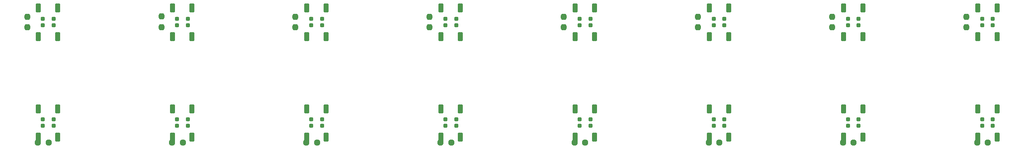
<source format=gbr>
%TF.GenerationSoftware,KiCad,Pcbnew,9.0.0*%
%TF.CreationDate,2025-04-15T08:35:35-04:00*%
%TF.ProjectId,Keypad,4b657970-6164-42e6-9b69-6361645f7063,1.0*%
%TF.SameCoordinates,Original*%
%TF.FileFunction,Paste,Top*%
%TF.FilePolarity,Positive*%
%FSLAX46Y46*%
G04 Gerber Fmt 4.6, Leading zero omitted, Abs format (unit mm)*
G04 Created by KiCad (PCBNEW 9.0.0) date 2025-04-15 08:35:35*
%MOMM*%
%LPD*%
G01*
G04 APERTURE LIST*
G04 Aperture macros list*
%AMRoundRect*
0 Rectangle with rounded corners*
0 $1 Rounding radius*
0 $2 $3 $4 $5 $6 $7 $8 $9 X,Y pos of 4 corners*
0 Add a 4 corners polygon primitive as box body*
4,1,4,$2,$3,$4,$5,$6,$7,$8,$9,$2,$3,0*
0 Add four circle primitives for the rounded corners*
1,1,$1+$1,$2,$3*
1,1,$1+$1,$4,$5*
1,1,$1+$1,$6,$7*
1,1,$1+$1,$8,$9*
0 Add four rect primitives between the rounded corners*
20,1,$1+$1,$2,$3,$4,$5,0*
20,1,$1+$1,$4,$5,$6,$7,0*
20,1,$1+$1,$6,$7,$8,$9,0*
20,1,$1+$1,$8,$9,$2,$3,0*%
G04 Aperture macros list end*
%ADD10RoundRect,0.225000X0.225000X-0.525000X0.225000X0.525000X-0.225000X0.525000X-0.225000X-0.525000X0*%
%ADD11RoundRect,0.237500X0.237500X-0.250000X0.237500X0.250000X-0.237500X0.250000X-0.237500X-0.250000X0*%
%ADD12RoundRect,0.175000X-0.175000X-0.175000X0.175000X-0.175000X0.175000X0.175000X-0.175000X0.175000X0*%
%ADD13RoundRect,0.237500X-0.250000X-0.237500X0.250000X-0.237500X0.250000X0.237500X-0.250000X0.237500X0*%
G04 APERTURE END LIST*
D10*
%TO.C,D8*%
X243230000Y-99670000D03*
X246530000Y-99670000D03*
X246530000Y-94770000D03*
X243230000Y-94770000D03*
%TD*%
%TO.C,D14*%
X197530000Y-116910000D03*
X200830000Y-116910000D03*
X200830000Y-112010000D03*
X197530000Y-112010000D03*
%TD*%
%TO.C,D13*%
X174680000Y-116910000D03*
X177980000Y-116910000D03*
X177980000Y-112010000D03*
X174680000Y-112010000D03*
%TD*%
D11*
%TO.C,C2*%
X104200000Y-98072500D03*
X104200000Y-96247500D03*
%TD*%
%TO.C,C1*%
X81350000Y-98082500D03*
X81350000Y-96257500D03*
%TD*%
D10*
%TO.C,D12*%
X151830000Y-116910000D03*
X155130000Y-116910000D03*
X155130000Y-112010000D03*
X151830000Y-112010000D03*
%TD*%
D11*
%TO.C,C7*%
X218450000Y-98080000D03*
X218450000Y-96255000D03*
%TD*%
D12*
%TO.C,D26*%
X108715000Y-114960000D03*
X108715000Y-113860000D03*
X106885000Y-113860000D03*
X106885000Y-114960000D03*
%TD*%
%TO.C,D23*%
X222965000Y-97720000D03*
X222965000Y-96620000D03*
X221135000Y-96620000D03*
X221135000Y-97720000D03*
%TD*%
D13*
%TO.C,C11*%
X128887500Y-117820000D03*
X130712500Y-117820000D03*
%TD*%
D10*
%TO.C,D4*%
X151830000Y-99670000D03*
X155130000Y-99670000D03*
X155130000Y-94770000D03*
X151830000Y-94770000D03*
%TD*%
%TO.C,D7*%
X220380000Y-99670000D03*
X223680000Y-99670000D03*
X223680000Y-94770000D03*
X220380000Y-94770000D03*
%TD*%
D13*
%TO.C,C12*%
X151737500Y-117820000D03*
X153562500Y-117820000D03*
%TD*%
D10*
%TO.C,D3*%
X128980000Y-99680000D03*
X132280000Y-99680000D03*
X132280000Y-94780000D03*
X128980000Y-94780000D03*
%TD*%
D12*
%TO.C,D28*%
X154415000Y-114960000D03*
X154415000Y-113860000D03*
X152585000Y-113860000D03*
X152585000Y-114960000D03*
%TD*%
%TO.C,D27*%
X131565000Y-114960000D03*
X131565000Y-113860000D03*
X129735000Y-113860000D03*
X129735000Y-114960000D03*
%TD*%
%TO.C,D20*%
X154415000Y-97720001D03*
X154415000Y-96620001D03*
X152585000Y-96620001D03*
X152585000Y-97720001D03*
%TD*%
D13*
%TO.C,C14*%
X197437500Y-117820000D03*
X199262500Y-117820000D03*
%TD*%
D10*
%TO.C,D16*%
X243230000Y-116910000D03*
X246530000Y-116910000D03*
X246530000Y-112010000D03*
X243230000Y-112010000D03*
%TD*%
%TO.C,D9*%
X83280000Y-116910000D03*
X86580000Y-116910000D03*
X86580000Y-112010000D03*
X83280000Y-112010000D03*
%TD*%
D13*
%TO.C,C9*%
X83187500Y-117820000D03*
X85012500Y-117820000D03*
%TD*%
D12*
%TO.C,D30*%
X200115000Y-114960000D03*
X200115000Y-113860000D03*
X198285000Y-113860000D03*
X198285000Y-114960000D03*
%TD*%
D10*
%TO.C,D6*%
X197530000Y-99670000D03*
X200830000Y-99670000D03*
X200830000Y-94770000D03*
X197530000Y-94770000D03*
%TD*%
D12*
%TO.C,D22*%
X200115000Y-97720001D03*
X200115000Y-96620001D03*
X198285000Y-96620001D03*
X198285000Y-97720001D03*
%TD*%
%TO.C,D18*%
X108715000Y-97720001D03*
X108715000Y-96620001D03*
X106885000Y-96620001D03*
X106885000Y-97720001D03*
%TD*%
D11*
%TO.C,C8*%
X241300000Y-98082500D03*
X241300000Y-96257500D03*
%TD*%
D12*
%TO.C,D17*%
X85865000Y-97720001D03*
X85865000Y-96620001D03*
X84035000Y-96620001D03*
X84035000Y-97720001D03*
%TD*%
%TO.C,D29*%
X177265000Y-114960000D03*
X177265000Y-113860000D03*
X175435000Y-113860000D03*
X175435000Y-114960000D03*
%TD*%
D13*
%TO.C,C10*%
X106037500Y-117820000D03*
X107862500Y-117820000D03*
%TD*%
D12*
%TO.C,D32*%
X245815000Y-114960001D03*
X245815000Y-113860001D03*
X243985000Y-113860001D03*
X243985000Y-114960001D03*
%TD*%
D13*
%TO.C,C15*%
X220287500Y-117820000D03*
X222112500Y-117820000D03*
%TD*%
D11*
%TO.C,C6*%
X195600000Y-98082500D03*
X195600000Y-96257500D03*
%TD*%
D12*
%TO.C,D19*%
X131565000Y-97730001D03*
X131565000Y-96630001D03*
X129735000Y-96630001D03*
X129735000Y-97730001D03*
%TD*%
D10*
%TO.C,D2*%
X106130000Y-99670000D03*
X109430000Y-99670000D03*
X109430000Y-94770000D03*
X106130000Y-94770000D03*
%TD*%
D11*
%TO.C,C3*%
X127050000Y-98082500D03*
X127050000Y-96257500D03*
%TD*%
%TO.C,C4*%
X149900000Y-98082500D03*
X149900000Y-96257500D03*
%TD*%
D10*
%TO.C,D5*%
X174680000Y-99670000D03*
X177980000Y-99670000D03*
X177980000Y-94770000D03*
X174680000Y-94770000D03*
%TD*%
%TO.C,D15*%
X220380000Y-116910000D03*
X223680000Y-116910000D03*
X223680000Y-112010000D03*
X220380000Y-112010000D03*
%TD*%
D12*
%TO.C,D21*%
X177265000Y-97720001D03*
X177265000Y-96620001D03*
X175435000Y-96620001D03*
X175435000Y-97720001D03*
%TD*%
%TO.C,D25*%
X85865000Y-114960000D03*
X85865000Y-113860000D03*
X84035000Y-113860000D03*
X84035000Y-114960000D03*
%TD*%
D13*
%TO.C,C13*%
X174587500Y-117820000D03*
X176412500Y-117820000D03*
%TD*%
D10*
%TO.C,D10*%
X106130000Y-116910000D03*
X109430000Y-116910000D03*
X109430000Y-112010000D03*
X106130000Y-112010000D03*
%TD*%
%TO.C,D1*%
X83280000Y-99670000D03*
X86580000Y-99670000D03*
X86580000Y-94770000D03*
X83280000Y-94770000D03*
%TD*%
D12*
%TO.C,D24*%
X245815000Y-97720001D03*
X245815000Y-96620001D03*
X243985000Y-96620001D03*
X243985000Y-97720001D03*
%TD*%
D11*
%TO.C,C5*%
X172750000Y-98082500D03*
X172750000Y-96257500D03*
%TD*%
D12*
%TO.C,D31*%
X222965000Y-114960001D03*
X222965000Y-113860001D03*
X221135000Y-113860001D03*
X221135000Y-114960001D03*
%TD*%
D13*
%TO.C,C16*%
X243137500Y-117820000D03*
X244962500Y-117820000D03*
%TD*%
D10*
%TO.C,D11*%
X128980000Y-116910000D03*
X132280000Y-116910000D03*
X132280000Y-112010000D03*
X128980000Y-112010000D03*
%TD*%
M02*

</source>
